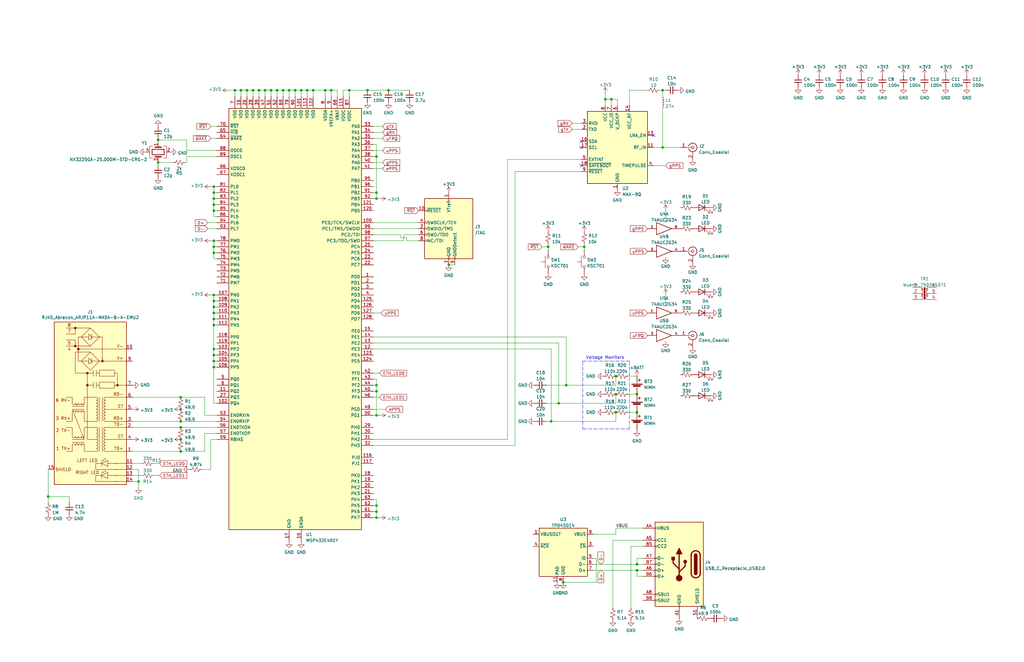
<source format=kicad_sch>
(kicad_sch (version 20211123) (generator eeschema)
  (paper "B")
  (junction (at 139.7 38.1))
  (junction (at 158.75 215.9))
  (junction (at 279.4 38.1))
  (junction (at 90.17 154.94))
  (junction (at 158.75 83.82))
  (junction (at 90.17 78.74))
  (junction (at 90.17 147.32))
  (junction (at 257.81 41.91))
  (junction (at 90.17 129.54))
  (junction (at 158.75 213.36))
  (junction (at 158.75 165.1))
  (junction (at 76.2 185.42))
  (junction (at 158.75 66.04))
  (junction (at 124.46 38.1))
  (junction (at 232.41 177.8))
  (junction (at 76.2 167.64))
  (junction (at 90.17 127))
  (junction (at 259.715 158.75))
  (junction (at 90.17 152.4))
  (junction (at 90.17 106.68))
  (junction (at 101.6 38.1))
  (junction (at 154.94 38.1))
  (junction (at 76.2 190.5))
  (junction (at 268.605 240.665))
  (junction (at 158.75 175.26))
  (junction (at 237.49 245.745))
  (junction (at 90.17 101.6))
  (junction (at 20.32 209.55))
  (junction (at 76.2 172.72))
  (junction (at 90.17 124.46))
  (junction (at 76.2 180.34))
  (junction (at 114.3 38.1))
  (junction (at 255.27 41.91))
  (junction (at 279.4 62.23))
  (junction (at 66.675 68.58))
  (junction (at 268.605 173.99))
  (junction (at 66.675 59.055))
  (junction (at 259.715 166.37))
  (junction (at 119.38 38.1))
  (junction (at 259.715 173.99))
  (junction (at 268.605 238.125))
  (junction (at 90.17 134.62))
  (junction (at 147.32 38.1))
  (junction (at 58.42 203.2))
  (junction (at 90.17 104.14))
  (junction (at 189.23 111.76))
  (junction (at 106.68 38.1))
  (junction (at 90.17 81.28))
  (junction (at 104.14 38.1))
  (junction (at 158.75 81.28))
  (junction (at 99.06 38.1))
  (junction (at 158.75 162.56))
  (junction (at 76.2 177.8))
  (junction (at 235.585 170.18))
  (junction (at 111.76 38.1))
  (junction (at 238.76 162.56))
  (junction (at 121.92 38.1))
  (junction (at 90.17 149.86))
  (junction (at 116.84 38.1))
  (junction (at 90.17 88.9))
  (junction (at 90.17 83.82))
  (junction (at 90.17 137.16))
  (junction (at 109.22 38.1))
  (junction (at 268.605 166.37))
  (junction (at 246.38 104.14))
  (junction (at 163.83 38.1))
  (junction (at 132.08 38.1))
  (junction (at 158.75 218.44))
  (junction (at 137.16 38.1))
  (junction (at 127 38.1))
  (junction (at 129.54 38.1))
  (junction (at 231.14 104.14))
  (junction (at 90.17 132.08))
  (junction (at 90.17 86.36))
  (no_connect (at 275.59 57.15))
  (no_connect (at 245.11 59.69))
  (no_connect (at 245.11 69.85))
  (no_connect (at 245.11 62.23))
  (wire (pts (xy 114.3 38.1) (xy 111.76 38.1)))
  (wire (pts (xy 279.4 38.1) (xy 280.67 38.1)))
  (wire (pts (xy 158.75 175.26) (xy 158.75 165.1)))
  (wire (pts (xy 86.36 167.64) (xy 86.36 175.26)))
  (wire (pts (xy 255.27 41.91) (xy 255.27 44.45)))
  (wire (pts (xy 231.14 104.14) (xy 231.14 105.41)))
  (wire (pts (xy 90.17 149.86) (xy 90.17 152.4)))
  (wire (pts (xy 90.17 104.14) (xy 91.44 104.14)))
  (wire (pts (xy 64.77 195.58) (xy 67.31 195.58)))
  (wire (pts (xy 90.17 170.18) (xy 91.44 170.18)))
  (wire (pts (xy 251.46 235.585) (xy 251.46 245.745)))
  (wire (pts (xy 124.46 38.1) (xy 121.92 38.1)))
  (wire (pts (xy 88.9 124.46) (xy 90.17 124.46)))
  (wire (pts (xy 258.445 227.965) (xy 258.445 256.54)))
  (wire (pts (xy 132.08 40.64) (xy 132.08 38.1)))
  (wire (pts (xy 96.52 38.1) (xy 99.06 38.1)))
  (wire (pts (xy 90.17 83.82) (xy 91.44 83.82)))
  (wire (pts (xy 237.49 245.745) (xy 251.46 245.745)))
  (wire (pts (xy 157.48 66.04) (xy 158.75 66.04)))
  (wire (pts (xy 90.17 83.82) (xy 90.17 86.36)))
  (wire (pts (xy 259.715 173.99) (xy 259.715 177.8)))
  (wire (pts (xy 271.145 222.885) (xy 259.715 222.885)))
  (wire (pts (xy 124.46 38.1) (xy 124.46 40.64)))
  (wire (pts (xy 119.38 38.1) (xy 116.84 38.1)))
  (wire (pts (xy 157.48 68.58) (xy 161.29 68.58)))
  (wire (pts (xy 109.22 38.1) (xy 106.68 38.1)))
  (wire (pts (xy 90.17 132.08) (xy 91.44 132.08)))
  (wire (pts (xy 147.32 38.1) (xy 144.78 38.1)))
  (wire (pts (xy 273.05 38.1) (xy 265.43 38.1)))
  (wire (pts (xy 90.17 86.36) (xy 90.17 88.9)))
  (wire (pts (xy 157.48 213.36) (xy 158.75 213.36)))
  (wire (pts (xy 90.17 129.54) (xy 90.17 132.08)))
  (wire (pts (xy 245.11 72.39) (xy 217.17 72.39)))
  (wire (pts (xy 121.92 38.1) (xy 121.92 40.64)))
  (wire (pts (xy 280.67 124.46) (xy 280.67 129.54)))
  (wire (pts (xy 163.83 38.1) (xy 172.72 38.1)))
  (wire (pts (xy 158.75 210.82) (xy 158.75 213.36)))
  (wire (pts (xy 129.54 38.1) (xy 127 38.1)))
  (wire (pts (xy 66.675 68.58) (xy 66.675 69.85)))
  (wire (pts (xy 66.675 67.945) (xy 66.675 68.58)))
  (wire (pts (xy 78.74 59.055) (xy 66.675 59.055)))
  (wire (pts (xy 157.48 96.52) (xy 176.53 96.52)))
  (wire (pts (xy 88.9 58.42) (xy 91.44 58.42)))
  (wire (pts (xy 246.38 102.87) (xy 246.38 104.14)))
  (wire (pts (xy 90.17 137.16) (xy 91.44 137.16)))
  (wire (pts (xy 90.17 88.9) (xy 91.44 88.9)))
  (wire (pts (xy 232.41 177.8) (xy 259.715 177.8)))
  (wire (pts (xy 111.76 38.1) (xy 111.76 40.64)))
  (wire (pts (xy 257.81 41.91) (xy 257.81 44.45)))
  (wire (pts (xy 90.17 91.44) (xy 91.44 91.44)))
  (wire (pts (xy 90.17 147.32) (xy 91.44 147.32)))
  (wire (pts (xy 29.21 209.55) (xy 20.32 209.55)))
  (wire (pts (xy 275.59 62.23) (xy 279.4 62.23)))
  (wire (pts (xy 265.43 38.1) (xy 265.43 44.45)))
  (wire (pts (xy 158.75 165.1) (xy 158.75 162.56)))
  (wire (pts (xy 20.32 198.12) (xy 20.32 209.55)))
  (wire (pts (xy 104.14 38.1) (xy 104.14 40.64)))
  (wire (pts (xy 157.48 215.9) (xy 158.75 215.9)))
  (wire (pts (xy 157.48 63.5) (xy 161.29 63.5)))
  (wire (pts (xy 55.88 177.8) (xy 76.2 177.8)))
  (wire (pts (xy 88.9 185.42) (xy 88.9 198.12)))
  (wire (pts (xy 66.675 58.42) (xy 66.675 59.055)))
  (wire (pts (xy 90.17 78.74) (xy 91.44 78.74)))
  (wire (pts (xy 76.2 190.5) (xy 86.36 190.5)))
  (wire (pts (xy 90.17 88.9) (xy 90.17 91.44)))
  (wire (pts (xy 90.17 134.62) (xy 91.44 134.62)))
  (wire (pts (xy 213.995 67.31) (xy 245.11 67.31)))
  (wire (pts (xy 90.17 104.14) (xy 90.17 101.6)))
  (wire (pts (xy 176.53 99.06) (xy 170.18 99.06)))
  (wire (pts (xy 91.44 185.42) (xy 88.9 185.42)))
  (wire (pts (xy 90.17 147.32) (xy 90.17 149.86)))
  (wire (pts (xy 168.91 100.33) (xy 171.45 100.33)))
  (wire (pts (xy 55.88 195.58) (xy 59.69 195.58)))
  (wire (pts (xy 246.38 104.14) (xy 246.38 105.41)))
  (wire (pts (xy 157.48 165.1) (xy 158.75 165.1)))
  (wire (pts (xy 168.91 99.06) (xy 168.91 100.33)))
  (wire (pts (xy 90.17 132.08) (xy 90.17 134.62)))
  (wire (pts (xy 241.3 54.61) (xy 245.11 54.61)))
  (wire (pts (xy 268.605 243.205) (xy 271.145 243.205)))
  (wire (pts (xy 279.4 38.1) (xy 279.4 40.64)))
  (wire (pts (xy 271.145 240.665) (xy 268.605 240.665)))
  (wire (pts (xy 147.32 40.64) (xy 147.32 38.1)))
  (wire (pts (xy 90.17 134.62) (xy 90.17 137.16)))
  (wire (pts (xy 235.585 170.18) (xy 259.715 170.18)))
  (wire (pts (xy 231.14 102.87) (xy 231.14 104.14)))
  (wire (pts (xy 142.24 40.64) (xy 142.24 38.1)))
  (wire (pts (xy 139.7 38.1) (xy 139.7 40.64)))
  (wire (pts (xy 121.92 38.1) (xy 119.38 38.1)))
  (wire (pts (xy 157.48 185.42) (xy 213.995 185.42)))
  (wire (pts (xy 78.74 68.58) (xy 78.74 66.04)))
  (wire (pts (xy 90.17 124.46) (xy 91.44 124.46)))
  (wire (pts (xy 170.18 101.6) (xy 157.48 101.6)))
  (wire (pts (xy 157.48 60.96) (xy 158.75 60.96)))
  (wire (pts (xy 137.16 40.64) (xy 137.16 38.1)))
  (wire (pts (xy 106.68 38.1) (xy 106.68 40.64)))
  (wire (pts (xy 87.63 93.98) (xy 91.44 93.98)))
  (wire (pts (xy 217.17 187.96) (xy 157.48 187.96)))
  (wire (pts (xy 158.75 66.04) (xy 158.75 60.96)))
  (wire (pts (xy 217.17 72.39) (xy 217.17 187.96)))
  (wire (pts (xy 257.81 41.91) (xy 255.27 41.91)))
  (wire (pts (xy 230.505 177.8) (xy 232.41 177.8)))
  (wire (pts (xy 90.17 78.74) (xy 90.17 81.28)))
  (wire (pts (xy 259.715 166.37) (xy 259.715 170.18)))
  (wire (pts (xy 132.08 38.1) (xy 137.16 38.1)))
  (wire (pts (xy 29.21 212.09) (xy 29.21 209.55)))
  (wire (pts (xy 88.9 101.6) (xy 90.17 101.6)))
  (wire (pts (xy 278.13 38.1) (xy 279.4 38.1)))
  (wire (pts (xy 158.75 213.36) (xy 158.75 215.9)))
  (wire (pts (xy 66.675 59.055) (xy 66.675 60.325)))
  (wire (pts (xy 90.17 129.54) (xy 91.44 129.54)))
  (wire (pts (xy 90.17 109.22) (xy 90.17 106.68)))
  (wire (pts (xy 91.44 154.94) (xy 90.17 154.94)))
  (wire (pts (xy 78.105 68.58) (xy 78.74 68.58)))
  (wire (pts (xy 90.17 154.94) (xy 90.17 170.18)))
  (wire (pts (xy 157.48 81.28) (xy 158.75 81.28)))
  (wire (pts (xy 264.795 166.37) (xy 268.605 166.37)))
  (wire (pts (xy 230.505 162.56) (xy 238.76 162.56)))
  (wire (pts (xy 255.27 39.37) (xy 255.27 41.91)))
  (wire (pts (xy 76.2 167.64) (xy 86.36 167.64)))
  (wire (pts (xy 90.17 137.16) (xy 90.17 147.32)))
  (wire (pts (xy 157.48 160.02) (xy 158.75 160.02)))
  (wire (pts (xy 127 38.1) (xy 124.46 38.1)))
  (wire (pts (xy 76.2 180.34) (xy 91.44 180.34)))
  (wire (pts (xy 158.75 81.28) (xy 158.75 66.04)))
  (wire (pts (xy 55.88 200.66) (xy 59.69 200.66)))
  (wire (pts (xy 55.88 190.5) (xy 76.2 190.5)))
  (wire (pts (xy 266.065 256.54) (xy 266.065 230.505)))
  (wire (pts (xy 86.36 190.5) (xy 86.36 182.88)))
  (wire (pts (xy 90.17 124.46) (xy 90.17 127)))
  (wire (pts (xy 90.17 106.68) (xy 91.44 106.68)))
  (wire (pts (xy 114.3 38.1) (xy 114.3 40.64)))
  (wire (pts (xy 157.48 172.72) (xy 162.56 172.72)))
  (wire (pts (xy 158.75 215.9) (xy 158.75 218.44)))
  (wire (pts (xy 20.32 209.55) (xy 20.32 212.09)))
  (wire (pts (xy 86.36 182.88) (xy 91.44 182.88)))
  (wire (pts (xy 116.84 38.1) (xy 114.3 38.1)))
  (wire (pts (xy 99.06 38.1) (xy 99.06 40.64)))
  (wire (pts (xy 64.77 200.66) (xy 67.31 200.66)))
  (wire (pts (xy 260.35 44.45) (xy 260.35 41.91)))
  (wire (pts (xy 76.2 177.8) (xy 91.44 177.8)))
  (wire (pts (xy 250.19 225.425) (xy 259.715 225.425)))
  (wire (pts (xy 137.16 38.1) (xy 139.7 38.1)))
  (wire (pts (xy 280.67 88.9) (xy 280.67 93.98)))
  (wire (pts (xy 158.75 162.56) (xy 158.75 160.02)))
  (polyline (pts (xy 245.745 180.975) (xy 265.43 180.975)))
  (wire (pts (xy 116.84 38.1) (xy 116.84 40.64)))
  (wire (pts (xy 189.23 111.76) (xy 191.77 111.76)))
  (wire (pts (xy 170.18 99.06) (xy 170.18 101.6)))
  (wire (pts (xy 101.6 38.1) (xy 101.6 40.64)))
  (wire (pts (xy 259.715 222.885) (xy 259.715 225.425)))
  (wire (pts (xy 268.605 235.585) (xy 268.605 238.125)))
  (wire (pts (xy 241.3 52.07) (xy 245.11 52.07)))
  (wire (pts (xy 279.4 62.23) (xy 287.02 62.23)))
  (wire (pts (xy 228.6 104.14) (xy 231.14 104.14)))
  (wire (pts (xy 55.88 167.64) (xy 76.2 167.64)))
  (wire (pts (xy 157.48 55.88) (xy 161.29 55.88)))
  (wire (pts (xy 90.17 127) (xy 90.17 129.54)))
  (wire (pts (xy 266.065 230.505) (xy 271.145 230.505)))
  (wire (pts (xy 88.9 53.34) (xy 91.44 53.34)))
  (wire (pts (xy 157.48 162.56) (xy 158.75 162.56)))
  (wire (pts (xy 90.17 101.6) (xy 91.44 101.6)))
  (wire (pts (xy 157.48 175.26) (xy 158.75 175.26)))
  (wire (pts (xy 58.42 203.2) (xy 58.42 205.74)))
  (wire (pts (xy 238.76 162.56) (xy 259.715 162.56)))
  (wire (pts (xy 119.38 38.1) (xy 119.38 40.64)))
  (wire (pts (xy 243.84 104.14) (xy 246.38 104.14)))
  (wire (pts (xy 106.68 38.1) (xy 104.14 38.1)))
  (wire (pts (xy 158.75 175.26) (xy 160.02 175.26)))
  (wire (pts (xy 111.76 38.1) (xy 109.22 38.1)))
  (wire (pts (xy 90.17 149.86) (xy 91.44 149.86)))
  (wire (pts (xy 238.76 142.24) (xy 238.76 162.56)))
  (wire (pts (xy 157.48 167.64) (xy 160.02 167.64)))
  (wire (pts (xy 87.63 96.52) (xy 91.44 96.52)))
  (wire (pts (xy 109.22 38.1) (xy 109.22 40.64)))
  (wire (pts (xy 271.145 235.585) (xy 268.605 235.585)))
  (wire (pts (xy 259.715 158.75) (xy 259.715 162.56)))
  (wire (pts (xy 157.48 142.24) (xy 238.76 142.24)))
  (wire (pts (xy 171.45 100.33) (xy 171.45 101.6)))
  (wire (pts (xy 90.17 152.4) (xy 90.17 154.94)))
  (wire (pts (xy 104.14 38.1) (xy 101.6 38.1)))
  (wire (pts (xy 157.48 53.34) (xy 161.29 53.34)))
  (wire (pts (xy 55.88 198.12) (xy 58.42 198.12)))
  (wire (pts (xy 157.48 157.48) (xy 160.02 157.48)))
  (wire (pts (xy 157.48 93.98) (xy 176.53 93.98)))
  (wire (pts (xy 86.36 175.26) (xy 91.44 175.26)))
  (wire (pts (xy 158.75 83.82) (xy 160.02 83.82)))
  (wire (pts (xy 268.605 240.665) (xy 268.605 243.205)))
  (wire (pts (xy 264.795 173.99) (xy 268.605 173.99)))
  (wire (pts (xy 85.09 198.12) (xy 88.9 198.12)))
  (wire (pts (xy 129.54 38.1) (xy 129.54 40.64)))
  (wire (pts (xy 127 38.1) (xy 127 40.64)))
  (wire (pts (xy 157.48 71.12) (xy 161.29 71.12)))
  (wire (pts (xy 147.32 38.1) (xy 154.94 38.1)))
  (wire (pts (xy 144.78 38.1) (xy 144.78 40.64)))
  (wire (pts (xy 88.9 78.74) (xy 90.17 78.74)))
  (wire (pts (xy 66.675 68.58) (xy 73.025 68.58)))
  (wire (pts (xy 154.94 38.1) (xy 163.83 38.1)))
  (wire (pts (xy 157.48 218.44) (xy 158.75 218.44)))
  (wire (pts (xy 91.44 63.5) (xy 78.74 63.5)))
  (wire (pts (xy 158.75 218.44) (xy 160.02 218.44)))
  (wire (pts (xy 91.44 109.22) (xy 90.17 109.22)))
  (wire (pts (xy 157.48 83.82) (xy 158.75 83.82)))
  (wire (pts (xy 232.41 147.32) (xy 232.41 177.8)))
  (wire (pts (xy 157.48 147.32) (xy 232.41 147.32)))
  (wire (pts (xy 78.74 63.5) (xy 78.74 59.055)))
  (wire (pts (xy 157.48 99.06) (xy 168.91 99.06)))
  (wire (pts (xy 171.45 101.6) (xy 176.53 101.6)))
  (wire (pts (xy 58.42 198.12) (xy 58.42 203.2)))
  (wire (pts (xy 250.19 240.665) (xy 268.605 240.665)))
  (wire (pts (xy 275.59 69.85) (xy 280.67 69.85)))
  (polyline (pts (xy 265.43 152.4) (xy 265.43 180.975)))
  (wire (pts (xy 101.6 38.1) (xy 99.06 38.1)))
  (wire (pts (xy 157.48 132.08) (xy 160.655 132.08)))
  (wire (pts (xy 139.7 38.1) (xy 142.24 38.1)))
  (wire (pts (xy 279.4 45.72) (xy 279.4 62.23)))
  (wire (pts (xy 90.17 106.68) (xy 90.17 104.14)))
  (wire (pts (xy 213.995 185.42) (xy 213.995 67.31)))
  (wire (pts (xy 90.17 81.28) (xy 91.44 81.28)))
  (wire (pts (xy 90.17 127) (xy 91.44 127)))
  (wire (pts (xy 90.17 86.36) (xy 91.44 86.36)))
  (wire (pts (xy 78.74 66.04) (xy 91.44 66.04)))
  (wire (pts (xy 158.75 81.28) (xy 158.75 83.82)))
  (polyline (pts (xy 245.745 152.4) (xy 265.43 152.4)))
  (wire (pts (xy 157.48 144.78) (xy 235.585 144.78)))
  (wire (pts (xy 257.81 41.91) (xy 260.35 41.91)))
  (wire (pts (xy 55.88 203.2) (xy 58.42 203.2)))
  (wire (pts (xy 271.145 227.965) (xy 258.445 227.965)))
  (wire (pts (xy 132.08 38.1) (xy 129.54 38.1)))
  (wire (pts (xy 55.88 180.34) (xy 76.2 180.34)))
  (wire (pts (xy 90.17 152.4) (xy 91.44 152.4)))
  (wire (pts (xy 268.605 238.125) (xy 271.145 238.125)))
  (wire (pts (xy 90.17 81.28) (xy 90.17 83.82)))
  (wire (pts (xy 264.795 158.75) (xy 268.605 158.75)))
  (wire (pts (xy 157.48 210.82) (xy 158.75 210.82)))
  (wire (pts (xy 251.46 235.585) (xy 250.19 235.585)))
  (wire (pts (xy 235.585 144.78) (xy 235.585 170.18)))
  (wire (pts (xy 157.48 58.42) (xy 161.29 58.42)))
  (wire (pts (xy 250.19 238.125) (xy 268.605 238.125)))
  (polyline (pts (xy 245.745 152.4) (xy 245.745 180.975)))
  (wire (pts (xy 230.505 170.18) (xy 235.585 170.18)))
  (text "Voltage Monitors" (at 247.015 151.765 0) (effects (font (size 1.27 1.27)) (justify left bottom)))
  (label "VBUS" (at 259.715 222.885 0))
  (global_label "uPPS" (shape input) (at 160.655 132.08 0) (property "Intersheet References" "${INTERSHEET_REFS}" (effects hide)))
  (global_label "D-" (shape input) (at 87.63 96.52 180) (property "Intersheet References" "${INTERSHEET_REFS}" (effects hide)))
  (global_label "gRX" (shape input) (at 241.3 52.07 180) (property "Intersheet References" "${INTERSHEET_REFS}" (effects hide)))
  (global_label "~{RST}" (shape input) (at 176.53 88.9 180) (property "Intersheet References" "${INTERSHEET_REFS}" (effects hide)))
  (global_label "~{RST}" (shape input) (at 228.6 104.14 180) (property "Intersheet References" "${INTERSHEET_REFS}" (effects hide)))
  (global_label "uFRQ" (shape input) (at 161.29 58.42 0) (property "Intersheet References" "${INTERSHEET_REFS}" (effects hide)))
  (global_label "D+" (shape input) (at 253.365 240.665 270) (property "Intersheet References" "${INTERSHEET_REFS}" (effects hide)))
  (global_label "ePPS" (shape input) (at 162.56 172.72 0) (property "Intersheet References" "${INTERSHEET_REFS}" (effects hide)))
  (global_label "~{WAKE}" (shape input) (at 88.9 58.42 180) (property "Intersheet References" "${INTERSHEET_REFS}" (effects hide)))
  (global_label "~{WAKE}" (shape input) (at 243.84 104.14 180) (property "Intersheet References" "${INTERSHEET_REFS}" (effects hide)))
  (global_label "uPPS" (shape input) (at 161.29 63.5 0) (property "Intersheet References" "${INTERSHEET_REFS}" (effects hide)))
  (global_label "ePPS" (shape input) (at 161.29 71.12 0) (property "Intersheet References" "${INTERSHEET_REFS}" (effects hide)))
  (global_label "ETH_LED1" (shape input) (at 67.31 200.66 0) (property "Intersheet References" "${INTERSHEET_REFS}" (effects hide)))
  (global_label "gPPS" (shape input) (at 280.67 69.85 0) (property "Intersheet References" "${INTERSHEET_REFS}" (effects hide)))
  (global_label "~{RST}" (shape input) (at 88.9 53.34 180) (property "Intersheet References" "${INTERSHEET_REFS}" (effects hide)))
  (global_label "gTX" (shape input) (at 161.29 53.34 0) (property "Intersheet References" "${INTERSHEET_REFS}" (effects hide)))
  (global_label "uPPS" (shape input) (at 273.05 132.08 180) (property "Intersheet References" "${INTERSHEET_REFS}" (effects hide)))
  (global_label "D-" (shape input) (at 253.365 238.125 90) (property "Intersheet References" "${INTERSHEET_REFS}" (effects hide)))
  (global_label "ETH_LED0" (shape input) (at 160.02 157.48 0) (property "Intersheet References" "${INTERSHEET_REFS}" (effects hide)))
  (global_label "ETH_LED1" (shape input) (at 160.02 167.64 0) (property "Intersheet References" "${INTERSHEET_REFS}" (effects hide)))
  (global_label "gTX" (shape input) (at 241.3 54.61 180) (property "Intersheet References" "${INTERSHEET_REFS}" (effects hide)))
  (global_label "ETH_LED0" (shape input) (at 67.31 195.58 0) (property "Intersheet References" "${INTERSHEET_REFS}" (effects hide)))
  (global_label "uFRQ" (shape input) (at 273.05 141.605 180) (property "Intersheet References" "${INTERSHEET_REFS}" (effects hide)))
  (global_label "gPPS" (shape input) (at 161.29 68.58 0) (property "Intersheet References" "${INTERSHEET_REFS}" (effects hide)))
  (global_label "gPPS" (shape input) (at 273.05 96.52 180) (property "Intersheet References" "${INTERSHEET_REFS}" (effects hide)))
  (global_label "gRX" (shape input) (at 161.29 55.88 0) (property "Intersheet References" "${INTERSHEET_REFS}" (effects hide)))
  (global_label "uPPS" (shape input) (at 273.05 106.045 180) (property "Intersheet References" "${INTERSHEET_REFS}" (effects hide)))
  (global_label "D+" (shape input) (at 87.63 93.98 180) (property "Intersheet References" "${INTERSHEET_REFS}" (effects hide)))
  (symbol (lib_id "Connector:RJ45_Abracon_ARJP11A-MASA-B-A-EMU2") (at 38.1 170.18 0) (mirror y) (unit 1)
    (property "Reference" "J1" (at 38.1 131.6482 0))
    (property "Value" "RJ45_Abracon_ARJP11A-MASA-B-A-EMU2" (at 38.1 133.9596 0))
    (property "Footprint" "Connector_RJ:RJ45_Abracon_ARJP11A-MA_Horizontal" (effects hide))
    (property "Datasheet" "https://abracon.com/Magnetics/lan/ARJP11A.PDF" (effects hide))
  )
  (symbol (lib_id "power:GND") (at 55.88 162.56 90) (unit 1)
    (property "Reference" "#PWR0101" (effects hide))
    (property "Value" "GND" (at 59.1312 162.433 90) (effects (justify right)))
  )
  (symbol (lib_id "power:+3.3V") (at 55.88 172.72 270) (unit 1)
    (property "Reference" "#PWR0106" (effects hide))
    (property "Value" "+3.3V" (at 59.1312 173.101 90) (effects (justify left)))
  )
  (symbol (lib_id "power:+3.3V") (at 55.88 185.42 270) (unit 1)
    (property "Reference" "#PWR0107" (effects hide))
    (property "Value" "+3.3V" (at 59.1312 185.801 90) (effects (justify left)))
  )
  (symbol (lib_id "power:+3.3V") (at 389.89 31.75 0) (unit 1)
    (property "Reference" "#PWR0124" (effects hide))
    (property "Value" "+3.3V" (at 389.89 28.1742 0))
  )
  (symbol (lib_id "power:GND") (at 258.445 261.62 0) (unit 1)
    (property "Reference" "#PWR0162" (effects hide))
    (property "Value" "GND" (at 258.445 266.0634 0))
  )
  (symbol (lib_id "power:+3.3V") (at 76.2 185.42 90) (mirror x) (unit 1)
    (property "Reference" "#PWR0103" (effects hide))
    (property "Value" "+3.3V" (at 72.9488 185.801 90) (effects (justify left)))
  )
  (symbol (lib_id "Device:LED") (at 295.91 123.19 0) (mirror y) (unit 1)
    (property "Reference" "D3" (at 297.4975 118.2202 0))
    (property "Value" "LED" (at 297.4975 120.7571 0))
    (property "Footprint" "LED_THT:LED_D5.0mm_Horizontal_O3.81mm_Z3.0mm" (effects hide))
  )
  (symbol (lib_id "power:GND") (at 225.425 177.8 270) (mirror x) (unit 1)
    (property "Reference" "#PWR0179" (effects hide))
    (property "Value" "GND" (at 218.44 177.8 90) (effects (justify left)))
  )
  (symbol (lib_id "power:+BATT") (at 268.605 158.75 0) (unit 1)
    (property "Reference" "#PWR0164" (effects hide))
    (property "Value" "+BATT" (at 268.605 155.1742 0))
  )
  (symbol (lib_id "power:+3.3V") (at 363.22 31.75 0) (unit 1)
    (property "Reference" "#PWR0118" (effects hide))
    (property "Value" "+3.3V" (at 363.22 28.1742 0))
  )
  (symbol (lib_id "power:GND") (at 280.67 108.585 0) (unit 1)
    (property "Reference" "#PWR0171" (effects hide))
    (property "Value" "GND" (at 280.67 112.395 0))
  )
  (symbol (lib_id "RF_GPS:MAX-8Q") (at 260.35 62.23 0) (unit 1)
    (property "Reference" "U2" (at 262.3694 79.5004 0) (effects (justify left)))
    (property "Value" "MAX-8Q" (at 262.3694 82.0373 0) (effects (justify left)))
    (property "Footprint" "RF_GPS:ublox_MAX" (effects hide))
    (property "Datasheet" "https://www.u-blox.com/sites/default/files/MAX-8_DataSheet_%28UBX-16000093%29.pdf" (effects hide))
  )
  (symbol (lib_id "Device:R_Small_US") (at 76.2 187.96 0) (unit 1)
    (property "Reference" "R4" (at 77.851 187.1253 0) (effects (justify left)))
    (property "Value" "49.9" (at 77.851 189.6622 0) (effects (justify left)))
    (property "Footprint" "Resistor_SMD:R_0805_2012Metric" (effects hide))
  )
  (symbol (lib_id "Switch:SW_Push") (at 231.14 110.49 90) (unit 1)
    (property "Reference" "SW1" (at 232.283 109.6553 90) (effects (justify right)))
    (property "Value" "KSC701" (at 232.283 112.1922 90) (effects (justify right)))
    (property "Footprint" "Button_Switch_SMD:SW_Push_1P1T_NO_CK_KSC7xxJ" (effects hide))
  )
  (symbol (lib_id "power:GND") (at 372.11 36.83 0) (unit 1)
    (property "Reference" "#PWR0119" (effects hide))
    (property "Value" "GND" (at 372.11 41.2734 0))
  )
  (symbol (lib_id "power:GND") (at 299.72 96.52 90) (unit 1)
    (property "Reference" "#PWR0168" (effects hide))
    (property "Value" "GND" (at 303.53 96.52 0))
  )
  (symbol (lib_id "power:+3.3V") (at 160.02 175.26 270) (unit 1)
    (property "Reference" "#PWR0155" (effects hide))
    (property "Value" "+3.3V" (at 163.195 175.6938 90) (effects (justify left)))
  )
  (symbol (lib_id "power:+3.3V") (at 280.67 88.9 0) (unit 1)
    (property "Reference" "#PWR0172" (effects hide))
    (property "Value" "+3.3V" (at 280.67 85.3242 0))
  )
  (symbol (lib_id "power:+3.3V") (at 189.23 81.28 0) (unit 1)
    (property "Reference" "#PWR0140" (effects hide))
    (property "Value" "+3.3V" (at 189.23 77.7042 0))
  )
  (symbol (lib_id "power:GND") (at 299.72 158.115 90) (unit 1)
    (property "Reference" "#PWR0176" (effects hide))
    (property "Value" "GND" (at 303.53 158.115 0))
  )
  (symbol (lib_id "power:GND") (at 29.21 217.17 0) (unit 1)
    (property "Reference" "#PWR0134" (effects hide))
    (property "Value" "GND" (at 31.115 218.8738 0) (effects (justify left)))
  )
  (symbol (lib_id "Device:Battery_Cell") (at 268.605 171.45 0) (unit 1)
    (property "Reference" "BT2" (at 271.526 168.5833 0) (effects (justify left)))
    (property "Value" "NiMH" (at 271.526 171.1202 0) (effects (justify left)))
    (property "Footprint" "Battery:BatteryHolder_Keystone_2466_1xAAA" (effects hide))
  )
  (symbol (lib_id "Connector:Conn_Coaxial") (at 292.1 106.045 0) (unit 1)
    (property "Reference" "J5" (at 294.64 105.5035 0) (effects (justify left)))
    (property "Value" "Conn_Coaxial" (at 294.64 108.0404 0) (effects (justify left)))
    (property "Footprint" "Connector_Coaxial:SMA_Molex_73251-2120_EdgeMount_Horizontal" (effects hide))
    (property "Datasheet" " ~" (effects hide))
  )
  (symbol (lib_id "power:GND") (at 254.635 166.37 270) (unit 1)
    (property "Reference" "#PWR0159" (effects hide))
    (property "Value" "GND" (at 247.015 166.37 90) (effects (justify left)))
  )
  (symbol (lib_id "Device:C_Small") (at 29.21 214.63 0) (unit 1)
    (property "Reference" "C13" (at 31.5341 213.8016 0) (effects (justify left)))
    (property "Value" "4.7n" (at 31.5341 216.3385 0) (effects (justify left)))
    (property "Footprint" "Capacitor_SMD:C_0805_2012Metric" (effects hide))
  )
  (symbol (lib_id "power:+3.3V") (at 246.38 97.79 0) (unit 1)
    (property "Reference" "#PWR0142" (effects hide))
    (property "Value" "+3.3V" (at 246.38 94.2142 0))
  )
  (symbol (lib_id "power:GND") (at 299.72 87.63 90) (unit 1)
    (property "Reference" "#PWR0167" (effects hide))
    (property "Value" "GND" (at 303.53 87.63 0))
  )
  (symbol (lib_id "Device:C_Small") (at 283.21 38.1 90) (unit 1)
    (property "Reference" "C14" (at 283.2163 32.8381 90))
    (property "Value" "10n" (at 283.2163 35.375 90))
    (property "Footprint" "Capacitor_SMD:C_0805_2012Metric" (effects hide))
  )
  (symbol (lib_id "Device:C_Small") (at 154.94 40.64 0) (unit 1)
    (property "Reference" "C15" (at 157.2641 39.8116 0) (effects (justify left)))
    (property "Value" "100n" (at 157.2641 42.3485 0) (effects (justify left)))
    (property "Footprint" "Capacitor_SMD:C_0805_2012Metric" (effects hide))
  )
  (symbol (lib_id "power:GND") (at 398.78 36.83 0) (unit 1)
    (property "Reference" "#PWR0125" (effects hide))
    (property "Value" "GND" (at 398.78 41.2734 0))
  )
  (symbol (lib_id "Device:C_Small") (at 172.72 40.64 0) (unit 1)
    (property "Reference" "C17" (at 175.0441 39.8116 0) (effects (justify left)))
    (property "Value" "2.7u" (at 175.0441 42.3485 0) (effects (justify left)))
    (property "Footprint" "Capacitor_SMD:C_0805_2012Metric" (effects hide))
  )
  (symbol (lib_id "Device:R_Small_US") (at 76.2 175.26 0) (unit 1)
    (property "Reference" "R2" (at 77.851 174.4253 0) (effects (justify left)))
    (property "Value" "49.9" (at 77.851 176.9622 0) (effects (justify left)))
    (property "Footprint" "Resistor_SMD:R_0805_2012Metric" (effects hide))
  )
  (symbol (lib_id "Device:R_Small_US") (at 275.59 38.1 90) (unit 1)
    (property "Reference" "R10" (at 275.59 33.5112 90))
    (property "Value" "10" (at 275.59 36.0481 90))
    (property "Footprint" "Resistor_SMD:R_0805_2012Metric" (effects hide))
  )
  (symbol (lib_id "Device:LED") (at 295.91 167.005 0) (mirror y) (unit 1)
    (property "Reference" "D6" (at 297.4975 162.0352 0))
    (property "Value" "LED" (at 297.4975 164.5721 0))
    (property "Footprint" "LED_THT:LED_D5.0mm_Horizontal_O1.27mm_Z3.0mm" (effects hide))
  )
  (symbol (lib_id "Device:C_Small") (at 163.83 40.64 0) (unit 1)
    (property "Reference" "C16" (at 166.1541 39.8116 0) (effects (justify left)))
    (property "Value" "100n" (at 166.1541 42.3485 0) (effects (justify left)))
    (property "Footprint" "Capacitor_SMD:C_0805_2012Metric" (effects hide))
  )
  (symbol (lib_id "power:GND") (at 127 228.6 0) (unit 1)
    (property "Reference" "#PWR0105" (effects hide))
    (property "Value" "GND" (at 127 233.0434 0))
  )
  (symbol (lib_id "Device:R_Small_US") (at 20.32 214.63 180) (unit 1)
    (property "Reference" "R8" (at 21.971 213.7953 0) (effects (justify right)))
    (property "Value" "1M" (at 21.971 216.3322 0) (effects (justify right)))
    (property "Footprint" "Resistor_SMD:R_0805_2012Metric" (effects hide))
  )
  (symbol (lib_id "power:GND") (at 61.595 64.135 270) (unit 1)
    (property "Reference" "#PWR0112" (effects hide))
    (property "Value" "GND" (at 58.42 64.135 90) (effects (justify right)))
  )
  (symbol (lib_id "power:GND") (at 254.635 173.99 270) (unit 1)
    (property "Reference" "#PWR0158" (effects hide))
    (property "Value" "GND" (at 247.015 173.99 90) (effects (justify left)))
  )
  (symbol (lib_id "power:+3.3V") (at 255.27 39.37 0) (unit 1)
    (property "Reference" "#PWR0136" (effects hide))
    (property "Value" "+3.3V" (at 255.27 35.7942 0))
  )
  (symbol (lib_id "power:GND") (at 71.755 64.135 90) (unit 1)
    (property "Reference" "#PWR0111" (effects hide))
    (property "Value" "GND" (at 74.93 64.5688 90) (effects (justify right)))
  )
  (symbol (lib_id "Device:C_Small") (at 336.55 34.29 0) (unit 1)
    (property "Reference" "C4" (at 338.8741 33.4616 0) (effects (justify left)))
    (property "Value" "100n" (at 338.8741 35.9985 0) (effects (justify left)))
    (property "Footprint" "Capacitor_SMD:C_0805_2012Metric" (effects hide))
  )
  (symbol (lib_id "Device:R_Small_US") (at 289.56 123.19 270) (unit 1)
    (property "Reference" "R24" (at 289.56 118.6012 90))
    (property "Value" "330" (at 289.56 121.1381 90))
    (property "Footprint" "Resistor_SMD:R_0805_2012Metric" (effects hide))
  )
  (symbol (lib_id "power:GND") (at 80.01 198.12 270) (unit 1)
    (property "Reference" "#PWR0133" (effects hide))
    (property "Value" "GND" (at 76.8351 198.5538 90) (effects (justify right)))
  )
  (symbol (lib_id "power:GND") (at 154.94 43.18 0) (unit 1)
    (property "Reference" "#PWR0151" (effects hide))
    (property "Value" "GND" (at 154.94 47.6234 0))
  )
  (symbol (lib_id "Device:R_Small_US") (at 231.14 100.33 180) (unit 1)
    (property "Reference" "R11" (at 232.791 99.4953 0) (effects (justify right)))
    (property "Value" "10k" (at 232.791 102.0322 0) (effects (justify right)))
    (property "Footprint" "Resistor_SMD:R_0805_2012Metric" (effects hide))
  )
  (symbol (lib_id "power:GND") (at 389.89 36.83 0) (unit 1)
    (property "Reference" "#PWR0121" (effects hide))
    (property "Value" "GND" (at 389.89 41.2734 0))
  )
  (symbol (lib_id "power:+3.3V") (at 354.33 31.75 0) (unit 1)
    (property "Reference" "#PWR0117" (effects hide))
    (property "Value" "+3.3V" (at 354.33 28.1742 0))
  )
  (symbol (lib_id "Device:LED") (at 295.91 96.52 0) (mirror y) (unit 1)
    (property "Reference" "D2" (at 297.4975 91.5502 0))
    (property "Value" "LED" (at 297.4975 94.0871 0))
    (property "Footprint" "LED_THT:LED_D5.0mm_Horizontal_O1.27mm_Z3.0mm" (effects hide))
  )
  (symbol (lib_id "power:GND") (at 266.065 261.62 0) (unit 1)
    (property "Reference" "#PWR0163" (effects hide))
    (property "Value" "GND" (at 266.065 266.0634 0))
  )
  (symbol (lib_id "Device:C_Small") (at 407.67 34.29 0) (unit 1)
    (property "Reference" "C12" (at 409.9941 33.4616 0) (effects (justify left)))
    (property "Value" "100n" (at 409.9941 35.9985 0) (effects (justify left)))
    (property "Footprint" "Capacitor_SMD:C_0805_2012Metric" (effects hide))
  )
  (symbol (lib_id "Transformer:Wuerth_750315371") (at 389.89 123.825 0) (unit 1)
    (property "Reference" "TR1" (at 389.89 117.6995 0))
    (property "Value" "Wuerth_750315371" (at 389.89 120.2364 0))
    (property "Footprint" "Transformer_SMD:Transformer_Wuerth_750315371" (effects hide))
    (property "Datasheet" "https://www.we-online.com/catalog/datasheet/750315371.pdf" (effects hide))
  )
  (symbol (lib_id "power:+3.3V") (at 76.2 172.72 90) (mirror x) (unit 1)
    (property "Reference" "#PWR0104" (effects hide))
    (property "Value" "+3.3V" (at 72.9488 173.101 90) (effects (justify left)))
  )
  (symbol (lib_id "Device:Crystal_GND24") (at 66.675 64.135 270) (unit 1)
    (property "Reference" "Y1" (at 60.96 60.325 90))
    (property "Value" "NX3225GA-25.000M-STD-CRG-2" (at 45.72 67.31 90))
    (property "Footprint" "Crystal:Crystal_SMD_3225-4Pin_3.2x2.5mm" (effects hide))
  )
  (symbol (lib_id "Device:C_Small") (at 363.22 34.29 0) (unit 1)
    (property "Reference" "C7" (at 365.5441 33.4616 0) (effects (justify left)))
    (property "Value" "100n" (at 365.5441 35.9985 0) (effects (justify left)))
    (property "Footprint" "Capacitor_SMD:C_0805_2012Metric" (effects hide))
  )
  (symbol (lib_id "power:GND") (at 299.72 123.19 90) (unit 1)
    (property "Reference" "#PWR0169" (effects hide))
    (property "Value" "GND" (at 303.53 123.19 0))
  )
  (symbol (lib_id "power:+3.3V") (at 160.02 218.44 270) (unit 1)
    (property "Reference" "#PWR0154" (effects hide))
    (property "Value" "+3.3V" (at 163.195 218.8738 90) (effects (justify left)))
  )
  (symbol (lib_id "power:GND") (at 336.55 36.83 0) (unit 1)
    (property "Reference" "#PWR0129" (effects hide))
    (property "Value" "GND" (at 336.55 41.2734 0))
  )
  (symbol (lib_id "Device:R_Small_US") (at 289.56 158.115 270) (unit 1)
    (property "Reference" "R26" (at 289.56 153.5262 90))
    (property "Value" "330" (at 289.56 156.0631 90))
    (property "Footprint" "Resistor_SMD:R_0805_2012Metric" (effects hide))
  )
  (symbol (lib_id "Device:Battery_Cell") (at 268.605 163.83 0) (unit 1)
    (property "Reference" "BT3" (at 271.526 160.9633 0) (effects (justify left)))
    (property "Value" "NiMH" (at 271.526 163.5002 0) (effects (justify left)))
    (property "Footprint" "Battery:BatteryHolder_Keystone_2466_1xAAA" (effects hide))
  )
  (symbol (lib_id "Device:R_Small_US") (at 262.255 158.75 270) (unit 1)
    (property "Reference" "R20" (at 262.255 154.1612 90))
    (property "Value" "220k" (at 262.255 156.6981 90))
    (property "Footprint" "Resistor_SMD:R_0805_2012Metric" (effects hide))
  )
  (symbol (lib_id "power:GND") (at 381 36.83 0) (unit 1)
    (property "Reference" "#PWR0120" (effects hide))
    (property "Value" "GND" (at 381 41.2734 0))
  )
  (symbol (lib_id "power:GND") (at 285.75 38.1 90) (unit 1)
    (property "Reference" "#PWR0137" (effects hide))
    (property "Value" "GND" (at 288.925 38.5338 90) (effects (justify right)))
  )
  (symbol (lib_id "power:+3.3V") (at 88.9 101.6 90) (unit 1)
    (property "Reference" "#PWR0148" (effects hide))
    (property "Value" "+3.3V" (at 85.6488 101.219 90) (effects (justify left)))
  )
  (symbol (lib_id "Device:C_Small") (at 66.675 55.88 180) (unit 1)
    (property "Reference" "C1" (at 68.9991 55.0389 0) (effects (justify right)))
    (property "Value" "12p" (at 68.9991 57.5758 0) (effects (justify right)))
    (property "Footprint" "Capacitor_SMD:C_0805_2012Metric" (effects hide))
  )
  (symbol (lib_id "Device:C_Small") (at 372.11 34.29 0) (unit 1)
    (property "Reference" "C8" (at 374.4341 33.4616 0) (effects (justify left)))
    (property "Value" "100n" (at 374.4341 35.9985 0) (effects (justify left)))
    (property "Footprint" "Capacitor_SMD:C_0805_2012Metric" (effects hide))
  )
  (symbol (lib_id "MCU_Texas:MSP432E401Y") (at 124.46 134.62 0) (unit 1)
    (property "Reference" "U1" (at 129.0194 225.5504 0) (effects (justify left)))
    (property "Value" "MSP432E401Y" (at 129.0194 228.0873 0) (effects (justify left)))
    (property "Footprint" "Package_QFP:LQFP-128_14x14mm_P0.4mm" (effects hide))
    (property "Datasheet" "http://www.ti.com/lit/ds/symlink/msp432e401y.pdf" (effects hide))
  )
  (symbol (lib_id "Device:L_Small") (at 279.4 43.18 0) (unit 1)
    (property "Reference" "L1" (at 280.543 42.3453 0) (effects (justify left)))
    (property "Value" "27n" (at 280.543 44.8822 0) (effects (justify left)))
    (property "Footprint" "Inductor_SMD:L_0805_2012Metric" (effects hide))
  )
  (symbol (lib_id "power:GND") (at 345.44 36.83 0) (unit 1)
    (property "Reference" "#PWR0130" (effects hide))
    (property "Value" "GND" (at 345.44 41.2734 0))
  )
  (symbol (lib_id "Device:R_Small_US") (at 266.065 259.08 0) (mirror y) (unit 1)
    (property "Reference" "R15" (at 267.716 258.2453 0) (effects (justify right)))
    (property "Value" "5.1k" (at 267.716 260.7822 0) (effects (justify right)))
    (property "Footprint" "Resistor_SMD:R_0805_2012Metric" (effects hide))
  )
  (symbol (lib_id "74xGxx:74AUC2G34") (at 280.67 132.08 0) (unit 1)
    (property "Reference" "U5" (at 280.035 125.8402 0))
    (property "Value" "74AUC2G34" (at 280.035 128.3771 0))
    (property "Footprint" "Package_TO_SOT_SMD:SOT-23-6" (effects hide))
    (property "Datasheet" "http://www.ti.com/lit/sg/scyt129e/scyt129e.pdf" (effects hide))
  )
  (symbol (lib_id "power:GND") (at 237.49 245.745 0) (unit 1)
    (property "Reference" "#PWR0161" (effects hide))
    (property "Value" "GND" (at 237.49 250.1884 0))
  )
  (symbol (lib_id "Connector:Conn_ARM_JTAG_SWD_10") (at 189.23 96.52 0) (mirror y) (unit 1)
    (property "Reference" "J3" (at 200.152 95.6853 0) (effects (justify right)))
    (property "Value" "JTAG" (at 200.152 98.2222 0) (effects (justify right)))
    (property "Footprint" "Connector_PinHeader_2.54mm:PinHeader_2x05_P2.54mm_Vertical" (effects hide))
    (property "Datasheet" "http://infocenter.arm.com/help/topic/com.arm.doc.ddi0314h/DDI0314H_coresight_components_trm.pdf" (effects hide))
  )
  (symbol (lib_id "Connector:Conn_Coaxial") (at 292.1 141.605 0) (unit 1)
    (property "Reference" "J6" (at 294.64 141.0635 0) (effects (justify left)))
    (property "Value" "Conn_Coaxial" (at 294.64 143.6004 0) (effects (justify left)))
    (property "Footprint" "Connector_Coaxial:SMA_Molex_73251-2120_EdgeMount_Horizontal" (effects hide))
    (property "Datasheet" " ~" (effects hide))
  )
  (symbol (lib_id "Device:C_Small") (at 227.965 177.8 90) (unit 1)
    (property "Reference" "C20" (at 227.9713 172.5381 90))
    (property "Value" "10n" (at 227.9713 175.075 90))
    (property "Footprint" "Capacitor_SMD:C_0805_2012Metric" (effects hide))
  )
  (symbol (lib_id "power:GND") (at 246.38 115.57 0) (unit 1)
    (property "Reference" "#PWR0141" (effects hide))
    (property "Value" "GND" (at 246.38 120.0134 0))
  )
  (symbol (lib_id "power:GND") (at 260.35 80.01 0) (unit 1)
    (property "Reference" "#PWR0108" (effects hide))
    (property "Value" "GND" (at 260.35 84.4534 0))
  )
  (symbol (lib_id "Device:C_Small") (at 66.675 72.39 180) (unit 1)
    (property "Reference" "C2" (at 68.9991 71.5489 0) (effects (justify right)))
    (property "Value" "12p" (at 68.9991 74.0858 0) (effects (justify right)))
    (property "Footprint" "Capacitor_SMD:C_0805_2012Metric" (effects hide))
  )
  (symbol (lib_id "power:+3.3V") (at 160.02 83.82 270) (unit 1)
    (property "Reference" "#PWR0152" (effects hide))
    (property "Value" "+3.3V" (at 163.2712 84.201 90) (effects (justify left)))
  )
  (symbol (lib_id "power:GND") (at 225.425 170.18 270) (mirror x) (unit 1)
    (property "Reference" "#PWR0178" (effects hide))
    (property "Value" "GND" (at 218.44 170.18 90) (effects (justify left)))
  )
  (symbol (lib_id "power:GND") (at 225.425 162.56 270) (mirror x) (unit 1)
    (property "Reference" "#PWR0177" (effects hide))
    (property "Value" "GND" (at 218.44 162.56 90) (effects (justify left)))
  )
  (symbol (lib_id "Device:R_Small_US") (at 262.255 166.37 270) (unit 1)
    (property "Reference" "R21" (at 262.255 161.7812 90))
    (property "Value" "220k" (at 262.255 164.3181 90))
    (property "Footprint" "Resistor_SMD:R_0805_2012Metric" (effects hide))
  )
  (symbol (lib_id "power:GND") (at 268.605 181.61 0) (unit 1)
    (property "Reference" "#PWR0157" (effects hide))
    (property "Value" "GND" (at 268.605 186.0534 0))
  )
  (symbol (lib_id "power:GND") (at 407.67 36.83 0) (unit 1)
    (property "Reference" "#PWR0126" (effects hide))
    (property "Value" "GND" (at 407.67 41.2734 0))
  )
  (symbol (lib_id "power:GND") (at 299.72 132.08 90) (unit 1)
    (property "Reference" "#PWR0170" (effects hide))
    (property "Value" "GND" (at 303.53 132.08 0))
  )
  (symbol (lib_id "Device:LED") (at 295.91 132.08 0) (mirror y) (unit 1)
    (property "Reference" "D4" (at 297.4975 127.1102 0))
    (property "Value" "LED" (at 297.4975 129.6471 0))
    (property "Footprint" "LED_THT:LED_D5.0mm_Horizontal_O1.27mm_Z3.0mm" (effects hide))
  )
  (symbol (lib_id "power:GND") (at 363.22 36.83 0) (unit 1)
    (property "Reference" "#PWR0116" (effects hide))
    (property "Value" "GND" (at 363.22 41.2734 0))
  )
  (symbol (lib_id "power:+3.3V") (at 231.14 97.79 0) (unit 1)
    (property "Reference" "#PWR0144" (effects hide))
    (property "Value" "+3.3V" (at 231.14 94.2142 0))
  )
  (symbol (lib_id "power:GND") (at 172.72 43.18 0) (unit 1)
    (property "Reference" "#PWR0150" (effects hide))
    (property "Value" "GND" (at 172.72 47.6234 0))
  )
  (symbol (lib_id "power:GND") (at 280.67 144.145 0) (unit 1)
    (property "Reference" "#PWR0173" (effects hide))
    (property "Value" "GND" (at 280.67 147.955 0))
  )
  (symbol (lib_id "power:GND") (at 286.385 260.985 0) (unit 1)
    (property "Reference" "#PWR0113" (effects hide))
    (property "Value" "GND" (at 286.385 265.4284 0))
  )
  (symbol (lib_id "Device:R_Small_US") (at 257.175 158.75 270) (unit 1)
    (property "Reference" "R16" (at 257.175 154.1612 90))
    (property "Value" "110k" (at 257.175 156.6981 90))
    (property "Footprint" "Resistor_SMD:R_0805_2012Metric" (effects hide))
  )
  (symbol (lib_id "Connector:Conn_Coaxial") (at 292.1 62.23 0) (unit 1)
    (property "Reference" "J2" (at 294.64 61.6885 0) (effects (justify left)))
    (property "Value" "Conn_Coaxial" (at 294.64 64.2254 0) (effects (justify left)))
    (property "Footprint" "Connector_Coaxial:SMA_Molex_73251-2120_EdgeMount_Horizontal" (effects hide))
    (property "Datasheet" " ~" (effects hide))
  )
  (symbol (lib_id "power:GND") (at 299.72 167.005 90) (unit 1)
    (property "Reference" "#PWR0175" (effects hide))
    (property "Value" "GND" (at 303.53 167.005 0))
  )
  (symbol (lib_id "power:GND") (at 254.635 158.75 270) (unit 1)
    (property "Reference" "#PWR0146" (effects hide))
    (property "Value" "GND" (at 247.015 158.75 90) (effects (justify left)))
  )
  (symbol (lib_id "Power_Protection:TPD4S014") (at 237.49 233.045 0) (mirror y) (unit 1)
    (property "Reference" "U3" (at 237.49 219.1852 0))
    (property "Value" "TPD4S014" (at 237.49 221.7221 0))
    (property "Footprint" "Package_SON:Texas_S-PWSON-N10" (effects hide))
    (property "Datasheet" "http://www.ti.com/lit/ds/symlink/tpd4s014.pdf" (effects hide))
  )
  (symbol (lib_id "Device:C_Small") (at 389.89 34.29 0) (unit 1)
    (property "Reference" "C10" (at 392.2141 33.4616 0) (effects (justify left)))
    (property "Value" "100n" (at 392.2141 35.9985 0) (effects (justify left)))
    (property "Footprint" "Capacitor_SMD:C_0805_2012Metric" (effects hide))
  )
  (symbol (lib_id "power:+3.3V") (at 372.11 31.75 0) (unit 1)
    (property "Reference" "#PWR0122" (effects hide))
    (property "Value" "+3.3V" (at 372.11 28.1742 0))
  )
  (symbol (lib_id "Device:LED") (at 295.91 87.63 0) (mirror y) (unit 1)
    (property "Reference" "D1" (at 297.4975 82.6602 0))
    (property "Value" "LED" (at 297.4975 85.1971 0))
    (property "Footprint" "LED_THT:LED_D5.0mm_Horizontal_O3.81mm_Z3.0mm" (effects hide))
  )
  (symbol (lib_id "Device:C_Small") (at 345.44 34.29 0) (unit 1)
    (property "Reference" "C5" (at 347.7641 33.4616 0) (effects (justify left)))
    (property "Value" "100n" (at 347.7641 35.9985 0) (effects (justify left)))
    (property "Footprint" "Capacitor_SMD:C_0805_2012Metric" (effects hide))
  )
  (symbol (lib_id "power:GND") (at 58.42 205.74 0) (unit 1)
    (property "Reference" "#PWR0156" (effects hide))
    (property "Value" "GND" (at 58.42 210.1834 0))
  )
  (symbol (lib_id "power:+3.3V") (at 88.9 78.74 90) (unit 1)
    (property "Reference" "#PWR0147" (effects hide))
    (property "Value" "+3.3V" (at 85.6488 78.359 90) (effects (justify left)))
  )
  (symbol (lib_id "Device:C_Small") (at 227.965 170.18 90) (unit 1)
    (property "Reference" "C19" (at 227.9713 164.9181 90))
    (property "Value" "10n" (at 227.9713 167.455 90))
    (property "Footprint" "Capacitor_SMD:C_0805_2012Metric" (effects hide))
  )
  (symbol (lib_id "power:+3.3V") (at 345.44 31.75 0) (unit 1)
    (property "Reference" "#PWR0132" (effects hide))
    (property "Value" "+3.3V" (at 345.44 28.1742 0))
  )
  (symbol (lib_id "power:GND") (at 66.675 74.93 0) (unit 1)
    (property "Reference" "#PWR0110" (effects hide))
    (property "Value" "GND" (at 66.675 79.3734 0))
  )
  (symbol (lib_id "Connector:USB_C_Receptacle_USB2.0") (at 286.385 238.125 0) (mirror y) (unit 1)
    (property "Reference" "J4" (at 297.307 237.2903 0) (effects (justify right)))
    (property "Value" "USB_C_Receptacle_USB2.0" (at 297.307 239.8272 0) (effects (justify right)))
    (property "Footprint" "Connector_USB:USB_C_Receptacle_XKB_U262-16XN-4BVC11" (effects hide))
    (property "Datasheet" "https://www.usb.org/sites/default/files/documents/usb_type-c.zip" (effects hide))
  )
  (symbol (lib_id "Device:R_Small_US") (at 258.445 259.08 0) (unit 1)
    (property "Reference" "R7" (at 260.096 258.2453 0) (effects (justify left)))
    (property "Value" "5.1k" (at 260.096 260.7822 0) (effects (justify left)))
    (property "Footprint" "Resistor_SMD:R_0805_2012Metric" (effects hide))
  )
  (symbol (lib_id "Device:C_Small") (at 398.78 34.29 0) (unit 1)
    (property "Reference" "C11" (at 401.1041 33.4616 0) (effects (justify left)))
    (property "Value" "100n" (at 401.1041 35.9985 0) (effects (justify left)))
    (property "Footprint" "Capacitor_SMD:C_0805_2012Metric" (effects hide))
  )
  (symbol (lib_id "power:GND") (at 234.95 245.745 0) (unit 1)
    (property "Reference" "#PWR0160" (effects hide))
    (property "Value" "GND" (at 234.95 250.1884 0))
  )
  (symbol (lib_id "Device:R_Small_US") (at 289.56 87.63 270) (unit 1)
    (property "Reference" "R19" (at 289.56 83.0412 90))
    (property "Value" "330" (at 289.56 85.5781 90))
    (property "Footprint" "Resistor_SMD:R_0805_2012Metric" (effects hide))
  )
  (symbol (lib_id "power:GND") (at 121.92 228.6 0) (unit 1)
    (property "Reference" "#PWR0102" (effects hide))
    (property "Value" "GND" (at 121.92 233.0434 0))
  )
  (symbol (lib_id "power:+3.3V") (at 96.52 38.1 90) (unit 1)
    (property "Reference" "#PWR0114" (effects hide))
    (property "Value" "+3.3V" (at 93.2688 37.719 90) (effects (justify left)))
  )
  (symbol (lib_id "Device:R_Small_US") (at 289.56 96.52 270) (unit 1)
    (property "Reference" "R23" (at 289.56 91.9312 90))
    (property "Value" "330" (at 289.56 94.4681 90))
    (property "Footprint" "Resistor_SMD:R_0805_2012Metric" (effects hide))
  )
  (symbol (lib_id "power:+3.3V") (at 336.55 31.75 0) (unit 1)
    (property "Reference" "#PWR0131" (effects hide))
    (property "Value" "+3.3V" (at 336.55 28.1742 0))
  )
  (symbol (lib_id "power:+3.3V") (at 381 31.75 0) (unit 1)
    (property "Reference" "#PWR0123" (effects hide))
    (property "Value" "+3.3V" (at 381 28.1742 0))
  )
  (symbol (lib_id "power:GND") (at 66.675 53.34 180) (unit 1)
    (property "Reference" "#PWR0109" (effects hide))
    (property "Value" "GND" (at 64.77 48.895 0) (effects (justify right)))
  )
  (symbol (lib_id "power:GND") (at 20.32 217.17 0) (unit 1)
    (property "Reference" "#PWR0135" (effects hide))
    (property "Value" "GND" (at 22.225 218.8738 0) (effects (justify left)))
  )
  (symbol (lib_id "Device:R_Small_US") (at 76.2 182.88 0) (unit 1)
    (property "Reference" "R3" (at 77.851 182.0453 0) (effects (justify left)))
    (property "Value" "49.9" (at 77.851 184.5822 0) (effects (justify left)))
    (property "Footprint" "Resistor_SMD:R_0805_2012Metric" (effects hide))
  )
  (symbol (lib_id "power:GND") (at 189.23 111.76 0) (unit 1)
    (property "Reference" "#PWR0139" (effects hide))
    (property "Value" "GND" (at 189.23 116.2034 0))
  )
  (symbol (lib_id "Device:Battery_Cell") (at 268.605 179.07 0) (unit 1)
    (property "Reference" "BT1" (at 271.526 176.2033 0) (effects (justify left)))
    (property "Value" "NiMH" (at 271.526 178.7402 0) (effects (justify left)))
    (property "Footprint" "Battery:BatteryHolder_Keystone_2466_1xAAA" (effects hide))
  )
  (symbol (lib_id "Device:R_Small_US") (at 257.175 166.37 270) (unit 1)
    (property "Reference" "R17" (at 257.175 161.7812 90))
    (property "Value" "110k" (at 257.175 164.3181 90))
    (property "Footprint" "Resistor_SMD:R_0805_2012Metric" (effects hide))
  )
  (symbol (lib_id "Device:R_Small_US") (at 262.255 173.99 270) (unit 1)
    (property "Reference" "R22" (at 262.255 169.4012 90))
    (property "Value" "220k" (at 262.255 171.9381 90))
    (property "Footprint" "Resistor_SMD:R_0805_2012Metric" (effects hide))
  )
  (symbol (lib_id "Device:R_Small_US") (at 296.545 260.985 270) (unit 1)
    (property "Reference" "R6" (at 296.545 256.3962 90))
    (property "Value" "49.9" (at 296.545 258.9331 90))
    (property "Footprint" "Resistor_SMD:R_0805_2012Metric" (effects hide))
  )
  (symbol (lib_id "power:+3.3V") (at 88.9 124.46 90) (unit 1)
    (property "Reference" "#PWR0153" (effects hide))
    (property "Value" "+3.3V" (at 85.6488 124.079 90) (effects (justify left)))
  )
  (symbol (lib_id "74xGxx:74AUC2G34") (at 280.67 106.045 0) (unit 2)
    (property "Reference" "U4" (at 280.035 99.8052 0))
    (property "Value" "74AUC2G34" (at 280.035 102.3421 0))
    (property "Footprint" "Package_TO_SOT_SMD:SOT-23-6" (effects hide))
    (property "Datasheet" "http://www.ti.com/lit/sg/scyt129e/scyt129e.pdf" (effects hide))
  )
  (symbol (lib_id "power:GND") (at 292.1 146.685 0) (unit 1)
    (property "Reference" "#PWR0166" (effects hide))
    (property "Value" "GND" (at 292.1 150.495 0))
  )
  (symbol (lib_id "power:+3.3V") (at 407.67 31.75 0) (unit 1)
    (property "Reference" "#PWR0128" (effects hide))
    (property "Value" "+3.3V" (at 407.67 28.1742 0))
  )
  (symbol (lib_id "Device:R_Small_US") (at 75.565 68.58 270) (unit 1)
    (property "Reference" "R5" (at 75.565 73.025 90))
    (property "Value" "2k" (at 75.565 71.12 90))
    (property "Footprint" "Resistor_SMD:R_0805_2012Metric" (effects hide))
  )
  (symbol (lib_id "power:GND") (at 231.14 115.57 0) (unit 1)
    (property "Reference" "#PWR0143" (effects hide))
    (property "Value" "GND" (at 231.14 120.0134 0))
  )
  (symbol (lib_id "power:GND") (at 163.83 43.18 0) (unit 1)
    (property "Reference" "#PWR0149" (effects hide))
    (property "Value" "GND" (at 163.83 47.6234 0))
  )
  (symbol (lib_id "power:+3.3V") (at 398.78 31.75 0) (unit 1)
    (property "Reference" "#PWR0127" (effects hide))
    (property "Value" "+3.3V" (at 398.78 28.1742 0))
  )
  (symbol (lib_id "Device:R_Small_US") (at 257.175 173.99 270) (unit 1)
    (property "Reference" "R18" (at 257.175 169.4012 90))
    (property "Value" "110k" (at 257.175 171.9381 90))
    (property "Footprint" "Resistor_SMD:R_0805_2012Metric" (effects hide))
  )
  (symbol (lib_id "Device:C_Small") (at 381 34.29 0) (unit 1)
    (property "Reference" "C9" (at 383.3241 33.4616 0) (effects (justify left)))
    (property "Value" "100n" (at 383.3241 35.9985 0) (effects (justify left)))
    (property "Footprint" "Capacitor_SMD:C_0805_2012Metric" (effects hide))
  )
  (symbol (lib_id "Device:R_Small_US") (at 82.55 198.12 90) (unit 1)
    (property "Reference" "R9" (at 82.55 193.5312 90))
    (property "Value" "4.87k" (at 82.55 196.0681 90))
    (property "Footprint" "Resistor_SMD:R_0805_2012Metric" (effects hide))
  )
  (symbol (lib_id "power:GND") (at 292.1 67.31 0) (unit 1)
    (property "Reference" "#PWR0138" (effects hide))
    (property "Value" "GND" (at 292.1 71.7534 0))
  )
  (symbol (lib_id "Device:C_Small") (at 301.625 260.985 90) (unit 1)
    (property "Reference" "C3" (at 301.6313 255.7231 90))
    (property "Value" "100n" (at 301.6313 258.26 90))
    (property "Footprint" "Capacitor_SMD:C_0805_2012Metric" (effects hide))
  )
  (symbol (lib_id "Device:R_Small_US") (at 62.23 195.58 270) (unit 1)
    (property "Reference" "R13" (at 66.04 194.31 90))
    (property "Value" "330" (at 62.23 193.5281 90))
    (property "Footprint" "Resistor_SMD:R_0805_2012Metric" (effects hide))
  )
  (symbol (lib_id "Device:R_Small_US") (at 289.56 132.08 270) (unit 1)
    (property "Reference" "R25" (at 289.56 127.4912 90))
    (property "Value" "330" (at 289.56 130.0281 90))
    (property "Footprint" "Resistor_SMD:R_0805_2012Metric" (effects hide))
  )
  (symbol (lib_id "74xGxx:74AUC2G34") (at 280.67 96.52 0) (unit 1)
    (property "Reference" "U4" (at 280.035 90.2802 0))
    (property "Value" "74AUC2G34" (at 280.035 92.8171 0))
    (property "Footprint" "Package_TO_SOT_SMD:SOT-23-6" (effects hide))
    (property "Datasheet" "http://www.ti.com/lit/sg/scyt129e/scyt129e.pdf" (effects hide))
  )
  (symbol (lib_id "Device:R_Small_US") (at 289.56 167.005 270) (unit 1)
    (property "Reference" "R27" (at 289.56 162.4162 90))
    (property "Value" "330" (at 289.56 164.9531 90))
    (property "Footprint" "Resistor_SMD:R_0805_2012Metric" (effects hide))
  )
  (symbol (lib_id "Device:R_Small_US") (at 76.2 170.18 0) (unit 1)
    (property "Reference" "R1" (at 77.851 169.3453 0) (effects (justify left)))
    (property "Value" "49.9" (at 77.851 171.8822 0) (effects (justify left)))
    (property "Footprint" "Resistor_SMD:R_0805_2012Metric" (effects hide))
  )
  (symbol (lib_id "Device:R_Small_US") (at 246.38 100.33 180) (unit 1)
    (property "Reference" "R12" (at 248.031 99.4953 0) (effects (justify right)))
    (property "Value" "10k" (at 248.031 102.0322 0) (effects (justify right)))
    (property "Footprint" "Resistor_SMD:R_0805_2012Metric" (effects hide))
  )
  (symbol (lib_id "74xGxx:74AUC2G34") (at 280.67 141.605 0) (unit 2)
    (property "Reference" "U5" (at 280.035 135.3652 0))
    (property "Value" "74AUC2G34" (at 280.035 137.9021 0))
    (property "Footprint" "Package_TO_SOT_SMD:SOT-23-6" (effects hide))
    (property "Datasheet" "http://www.ti.com/lit/sg/scyt129e/scyt129e.pdf" (effects hide))
  )
  (symbol (lib_id "Device:C_Small") (at 227.965 162.56 90) (unit 1)
    (property "Reference" "C18" (at 227.9713 157.2981 90))
    (property "Value" "10n" (at 227.9713 159.835 90))
    (property "Footprint" "Capacitor_SMD:C_0805_2012Metric" (effects hide))
  )
  (symbol (lib_id "power:+3.3V") (at 280.67 124.46 0) (unit 1)
    (property "Reference" "#PWR0174" (effects hide))
    (property "Value" "+3.3V" (at 280.67 120.8842 0))
  )
  (symbol (lib_id "power:GND") (at 292.1 111.125 0) (unit 1)
    (property "Reference" "#PWR0165" (effects hide))
    (property "Value" "GND" (at 292.1 114.935 0))
  )
  (symbol (lib_id "power:GND") (at 304.165 260.985 90) (unit 1)
    (property "Reference" "#PWR0145" (effects hide))
    (property "Value" "GND" (at 307.34 261.4188 90) (effects (justify right)))
  )
  (symbol (lib_id "Device:LED") (at 295.91 158.115 0) (mirror y) (unit 1)
    (property "Reference" "D5" (at 297.4975 153.1452 0))
    (property "Value" "LED" (at 297.4975 155.6821 0))
    (property "Footprint" "LED_THT:LED_D5.0mm_Horizontal_O3.81mm_Z3.0mm" (effects hide))
  )
  (symbol (lib_id "Device:R_Small_US") (at 62.23 200.66 270) (unit 1)
    (property "Reference" "R14" (at 62.23 203.2 90))
    (property "Value" "330" (at 62.23 198.6081 90))
    (property "Footprint" "Resistor_SMD:R_0805_2012Metric" (effects hide))
  )
  (symbol (lib_id "Switch:SW_Push") (at 246.38 110.49 90) (unit 1)
    (property "Reference" "SW2" (at 247.523 109.6553 90) (effects (justify right)))
    (property "Value" "KSC701" (at 247.523 112.1922 90) (effects (justify right)))
    (property "Footprint" "Button_Switch_SMD:SW_Push_1P1T_NO_CK_KSC7xxJ" (effects hide))
  )
  (symbol (lib_id "power:GND") (at 354.33 36.83 0) (unit 1)
    (property "Reference" "#PWR0115" (effects hide))
    (property "Value" "GND" (at 354.33 41.2734 0))
  )
  (symbol (lib_id "Device:C_Small") (at 354.33 34.29 0) (unit 1)
    (property "Reference" "C6" (at 356.6541 33.4616 0) (effects (justify left)))
    (property "Value" "100n" (at 356.6541 35.9985 0) (effects (justify left)))
    (property "Footprint" "Capacitor_SMD:C_0805_2012Metric" (effects hide))
  )
)
</source>
